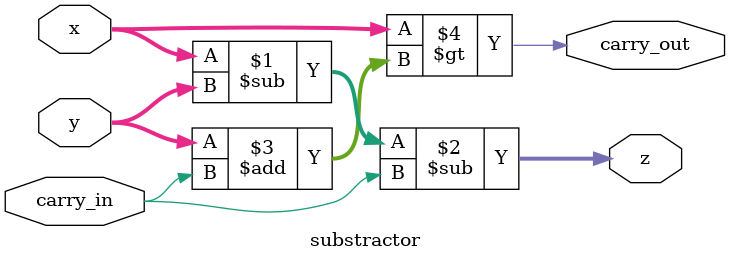
<source format=v>
module substractor #(
    parameter WIDTH = 8
) (
    input [WIDTH - 1 : 0] x,
    input [WIDTH - 1 : 0] y,
    input carry_in,
    output [WIDTH - 1 : 0] z,
    output carry_out
);
  assign z = x - y - carry_in;
  assign carry_out = x > (y + carry_in);
endmodule

</source>
